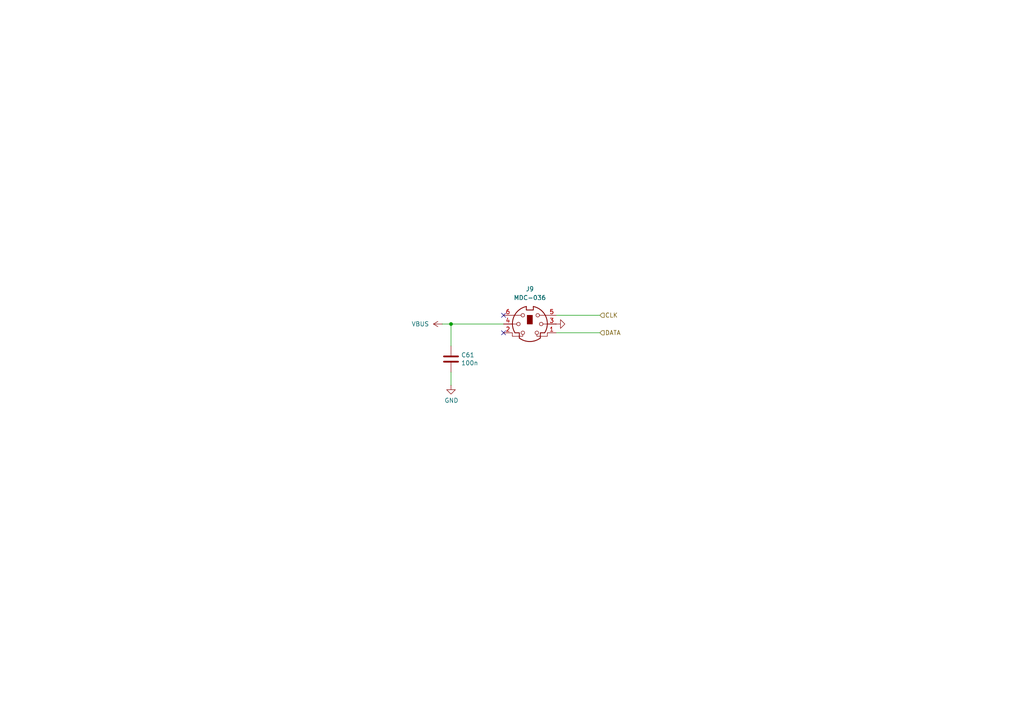
<source format=kicad_sch>
(kicad_sch (version 20250114) (generator "eeschema") (generator_version "9.0")
  (paper "A4")
  (title_block (title "${NAME} ${MODEL}") (date "2025-07-03") (rev "${VERSION}") (company "Mikhail Matveev") (comment 1 "https://github.com/rh1tech/echo"))
  (lib_symbols
    (symbol "Connector:Mini-DIN-6" (pin_names (offset 1.016))
      (property "Reference" "J" (at 0 6.35 0))
      (property "Value" "Mini-DIN-6" (at 0 -6.35 0))
      (symbol "Mini-DIN-6_0_1"
        (polyline (pts (xy -4.318 -2.54) (xy -3.048 -2.54) (xy -3.048 -4.064)) (stroke (width 0.254)))
        (polyline (pts (xy -3.81 0) (xy -5.08 0)))
        (circle (center -3.302 0) (radius 0.508))
        (polyline (pts (xy -2.54 2.54) (xy -5.08 2.54)))
        (circle (center -2.032 2.54) (radius 0.508))
        (circle (center -2.032 -2.54) (radius 0.508))
        (polyline (pts (xy -2.032 -3.048) (xy -2.032 -3.556) (xy -5.08 -3.556) (xy -5.08 -2.54)))
        (polyline (pts (xy -1.016 5.08) (xy -1.016 4.064) (xy 1.016 4.064) (xy 1.016 5.08)) (stroke (width 0.254)))
        (rectangle (start -0.762 2.54) (end 0.762 0) (fill (type outline)))
        (arc (start 3.048 -4.064) (mid 0 -5.08) (end -3.048 -4.064) (stroke (width 0.254)))
        (arc (start 1.016 5.08) (mid 4.6646 2.1356) (end 4.318 -2.54) (stroke (width 0.254)))
        (arc (start -4.318 -2.54) (mid -4.6241 2.1181) (end -1.016 5.08) (stroke (width 0.254)))
        (circle (center 2.032 -2.54) (radius 0.508))
        (polyline (pts (xy 2.032 -3.048) (xy 2.032 -3.556) (xy 5.08 -3.556) (xy 5.08 -2.54)))
        (circle (center 2.286 2.54) (radius 0.508))
        (polyline (pts (xy 2.794 2.54) (xy 5.08 2.54)))
        (circle (center 3.302 0) (radius 0.508))
        (polyline (pts (xy 4.318 -2.54) (xy 3.048 -2.54) (xy 3.048 -4.064)) (stroke (width 0.254)))
        (polyline (pts (xy 5.08 0) (xy 3.81 0)))
      )
      (symbol "Mini-DIN-6_1_1"
        (pin passive line (at -7.62 2.54 0) (length 2.54) (name "~") (number "6"))
        (pin passive line (at -7.62 0 0) (length 2.54) (name "~") (number "4"))
        (pin passive line (at -7.62 -2.54 0) (length 2.54) (name "~") (number "2"))
        (pin passive line (at 7.62 2.54 180) (length 2.54) (name "~") (number "5"))
        (pin passive line (at 7.62 0 180) (length 2.54) (name "~") (number "3"))
        (pin passive line (at 7.62 -2.54 180) (length 2.54) (name "~") (number "1"))
      )
    )
    (symbol "Device:C" (pin_numbers (hide yes)) (pin_names (offset 0.254))
      (property "Reference" "C" (at 0.635 2.54 0))
      (property "Value" "C" (at 0.635 -2.54 0))
      (symbol "C_0_1"
        (polyline (pts (xy -2.032 0.762) (xy 2.032 0.762)) (stroke (width 0.508)))
        (polyline (pts (xy -2.032 -0.762) (xy 2.032 -0.762)) (stroke (width 0.508)))
      )
      (symbol "C_1_1"
        (pin passive line (at 0 3.81 270) (length 2.794) (name "~") (number "1"))
        (pin passive line (at 0 -3.81 90) (length 2.794) (name "~") (number "2"))
      )
    )
    (symbol "GND_3" (power) (pin_numbers (hide yes)) (pin_names (offset 0) (hide yes))
      (property "Value" "GND" (at 0 -3.81 0))
      (symbol "GND_3_0_1"
        (polyline (pts (xy 0 0) (xy 0 -1.27) (xy 1.27 -1.27) (xy 0 -2.54) (xy -1.27 -1.27) (xy 0 -1.27)))
      )
      (symbol "GND_3_1_1"
        (pin power_in line (at 0 0 270) (length 0) (name "~") (number "1"))
      )
    )
    (symbol "power:GND" (power) (pin_numbers (hide yes)) (pin_names (offset 0) (hide yes))
      (property "Value" "GND" (at 0 -3.81 0))
      (symbol "GND_0_1"
        (polyline (pts (xy 0 0) (xy 0 -1.27) (xy 1.27 -1.27) (xy 0 -2.54) (xy -1.27 -1.27) (xy 0 -1.27)))
      )
      (symbol "GND_1_1"
        (pin power_in line (at 0 0 270) (length 0) (name "~") (number "1"))
      )
    )
    (symbol "power:VBUS" (power) (pin_numbers (hide yes)) (pin_names (offset 0) (hide yes))
      (property "Value" "VBUS" (at 0 3.556 0))
      (symbol "VBUS_0_1"
        (polyline (pts (xy -0.762 1.27) (xy 0 2.54)))
        (polyline (pts (xy 0 2.54) (xy 0.762 1.27)))
        (polyline (pts (xy 0 0) (xy 0 2.54)))
      )
      (symbol "VBUS_1_1"
        (pin power_in line (at 0 0 90) (length 0) (name "~") (number "1"))
      )
    )
  )
  (junction (at 130.81 93.98))
  (no_connect (at 146.05 96.52))
  (no_connect (at 146.05 91.44))
  (wire (pts (xy 128.27 93.98) (xy 130.81 93.98)))
  (wire (pts (xy 173.99 91.44) (xy 161.29 91.44)))
  (wire (pts (xy 173.99 96.52) (xy 161.29 96.52)))
  (wire (pts (xy 130.81 93.98) (xy 130.81 100.33)))
  (wire (pts (xy 130.81 107.95) (xy 130.81 111.76)))
  (wire (pts (xy 130.81 93.98) (xy 146.05 93.98)))
  (hierarchical_label "CLK" (shape input) (at 173.99 91.44 0))
  (hierarchical_label "DATA" (shape input) (at 173.99 96.52 0))
  (symbol (lib_name "GND_3") (lib_id "power:GND") (at 130.81 111.76 0) (unit 1)
    (property "Reference" "#PWR041" (effects (hide yes)))
    (property "Value" "GND" (at 130.937 116.1542 0))
    (property "Description" "Power symbol creates a global label with name \"GND\" , ground" (effects (hide yes)))
    (instances (project "echo" (path "" (reference "#PWR0112") (unit 1)) (path "" (reference "#PWR041") (unit 1))))
  )
  (symbol (lib_id "power:VBUS") (at 128.27 93.98 90) (unit 1)
    (property "Reference" "#PWR039" (effects (hide yes)))
    (property "Value" "VBUS" (at 124.46 93.9799 90) (effects (justify left)))
    (property "Description" "Power symbol creates a global label with name \"VBUS\"" (effects (hide yes)))
    (instances (project "echo" (path "" (reference "#PWR0110") (unit 1)) (path "" (reference "#PWR039") (unit 1))))
  )
  (symbol (lib_id "Connector:Mini-DIN-6") (at 153.67 93.98 0) (unit 1)
    (property "Reference" "J3" (at 153.6877 83.82 0))
    (property "Value" "MDC-036" (at 153.6877 86.36 0))
    (property "Footprint" "FRANK:MiniDIN (6 Pin, female)" (effects (hide yes)))
    (property "Datasheet" "http://service.powerdynamics.com/ec/Catalog17/Section%2011.pdf" (effects (hide yes)))
    (property "AliExpress" "https://www.aliexpress.com/item/4000106131593.html" (effects (hide yes)))
    (instances (project "echo" (path "" (reference "J9") (unit 1)) (path "" (reference "J3") (unit 1))))
  )
  (symbol (lib_id "power:GND") (at 161.29 93.98 90) (unit 1)
    (property "Reference" "#PWR040" (effects (hide yes)))
    (property "Value" "GND" (effects (hide yes)))
    (property "Description" "Power symbol creates a global label with name \"GND\" , ground" (effects (hide yes)))
    (instances (project "echo" (path "" (reference "#PWR0111") (unit 1)) (path "" (reference "#PWR040") (unit 1))))
  )
  (symbol (lib_id "Device:C") (at 130.81 104.14 0) (unit 1)
    (property "Reference" "C11" (at 133.731 102.9716 0) (effects (justify left)))
    (property "Value" "100n" (at 133.731 105.283 0) (effects (justify left)))
    (property "Footprint" "FRANK:Capacitor (0402)" (effects (hide yes)))
    (property "Datasheet" "https://eu.mouser.com/datasheet/2/40/KGM_X7R-3223212.pdf" (effects (hide yes)))
    (property "AliExpress" "https://www.aliexpress.com/item/33008008276.html" (effects (hide yes)))
    (instances (project "echo" (path "" (reference "C61") (unit 1)) (path "" (reference "C11") (unit 1))))
  )
)
</source>
